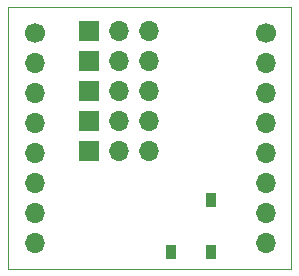
<source format=gbr>
%TF.GenerationSoftware,KiCad,Pcbnew,7.0.10*%
%TF.CreationDate,2024-08-23T10:21:53-04:00*%
%TF.ProjectId,mks_wifi_breakout,6d6b735f-7769-4666-995f-627265616b6f,rev?*%
%TF.SameCoordinates,Original*%
%TF.FileFunction,Soldermask,Top*%
%TF.FilePolarity,Negative*%
%FSLAX46Y46*%
G04 Gerber Fmt 4.6, Leading zero omitted, Abs format (unit mm)*
G04 Created by KiCad (PCBNEW 7.0.10) date 2024-08-23 10:21:53*
%MOMM*%
%LPD*%
G01*
G04 APERTURE LIST*
%ADD10R,1.700000X1.700000*%
%ADD11O,1.700000X1.700000*%
%ADD12R,0.900000X1.250000*%
%ADD13C,1.700000*%
%TA.AperFunction,Profile*%
%ADD14C,0.100000*%
%TD*%
G04 APERTURE END LIST*
D10*
%TO.C,PA10*%
X136652000Y-74168000D03*
D11*
X139192000Y-74168000D03*
X141732000Y-74168000D03*
%TD*%
D10*
%TO.C,PA9*%
X136652000Y-76708000D03*
D11*
X139192000Y-76708000D03*
X141732000Y-76708000D03*
%TD*%
D10*
%TO.C,PC7*%
X136652000Y-71628000D03*
D11*
X139192000Y-71628000D03*
X141732000Y-71628000D03*
%TD*%
D10*
%TO.C,PA8*%
X136652000Y-79248000D03*
D11*
X139192000Y-79248000D03*
X141732000Y-79248000D03*
%TD*%
D10*
%TO.C,PA5*%
X136652000Y-81788000D03*
D11*
X139192000Y-81788000D03*
X141732000Y-81788000D03*
%TD*%
D12*
%TO.C,BZ1*%
X143588000Y-90338000D03*
X146988000Y-90338000D03*
X146988000Y-85938000D03*
%TD*%
D13*
%TO.C,BLACK*%
X132080000Y-71850000D03*
D11*
X132080000Y-74390000D03*
X132080000Y-76930000D03*
X132080000Y-79470000D03*
X132080000Y-82010000D03*
X132080000Y-84550000D03*
X132080000Y-87090000D03*
X132080000Y-89630000D03*
%TD*%
D13*
%TO.C,GREEN*%
X151680000Y-71850000D03*
D11*
X151680000Y-74390000D03*
X151680000Y-76930000D03*
X151680000Y-79470000D03*
X151680000Y-82010000D03*
X151680000Y-84550000D03*
X151680000Y-87090000D03*
X151680000Y-89630000D03*
%TD*%
D14*
X129800000Y-69600000D02*
X153800000Y-69600000D01*
X153800000Y-91800000D01*
X129800000Y-91800000D01*
X129800000Y-69600000D01*
M02*

</source>
